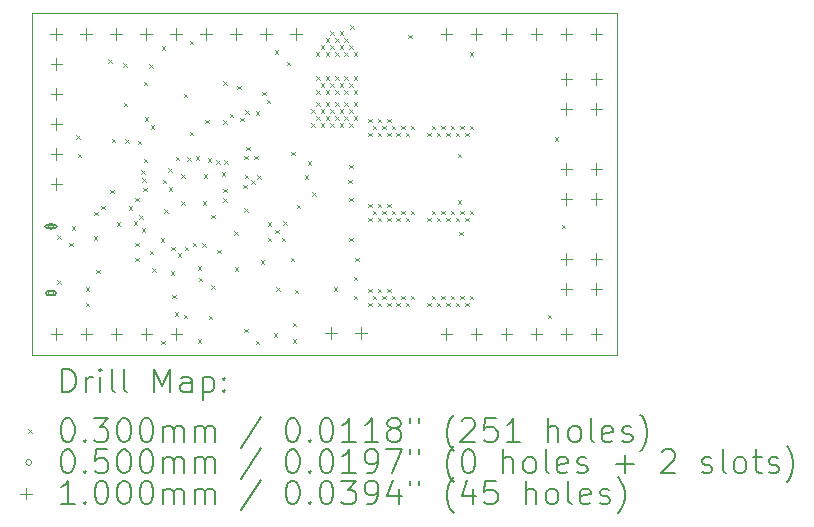
<source format=gbr>
%FSLAX45Y45*%
G04 Gerber Fmt 4.5, Leading zero omitted, Abs format (unit mm)*
G04 Created by KiCad (PCBNEW (6.0.1)) date 2022-05-20 20:33:34*
%MOMM*%
%LPD*%
G01*
G04 APERTURE LIST*
%TA.AperFunction,Profile*%
%ADD10C,0.050000*%
%TD*%
%ADD11C,0.200000*%
%ADD12C,0.030000*%
%ADD13C,0.050000*%
%ADD14C,0.100000*%
G04 APERTURE END LIST*
D10*
X22900000Y-10390000D02*
X27850000Y-10390000D01*
X27850000Y-10390000D02*
X27850000Y-13290000D01*
X22900000Y-13290000D02*
X22900000Y-10390000D01*
X27850000Y-13290000D02*
X22900000Y-13290000D01*
D11*
D12*
X23115000Y-12275000D02*
X23145000Y-12305000D01*
X23145000Y-12275000D02*
X23115000Y-12305000D01*
X23115000Y-12655000D02*
X23145000Y-12685000D01*
X23145000Y-12655000D02*
X23115000Y-12685000D01*
X23215000Y-12335000D02*
X23245000Y-12365000D01*
X23245000Y-12335000D02*
X23215000Y-12365000D01*
X23235000Y-12195000D02*
X23265000Y-12225000D01*
X23265000Y-12195000D02*
X23235000Y-12225000D01*
X23275000Y-11425000D02*
X23305000Y-11455000D01*
X23305000Y-11425000D02*
X23275000Y-11455000D01*
X23285000Y-11585000D02*
X23315000Y-11615000D01*
X23315000Y-11585000D02*
X23285000Y-11615000D01*
X23355000Y-12715000D02*
X23385000Y-12745000D01*
X23385000Y-12715000D02*
X23355000Y-12745000D01*
X23355000Y-12845000D02*
X23385000Y-12875000D01*
X23385000Y-12845000D02*
X23355000Y-12875000D01*
X23422000Y-12281000D02*
X23452000Y-12311000D01*
X23452000Y-12281000D02*
X23422000Y-12311000D01*
X23425000Y-12075000D02*
X23455000Y-12105000D01*
X23455000Y-12075000D02*
X23425000Y-12105000D01*
X23445000Y-12565000D02*
X23475000Y-12595000D01*
X23475000Y-12565000D02*
X23445000Y-12595000D01*
X23485000Y-12025000D02*
X23515000Y-12055000D01*
X23515000Y-12025000D02*
X23485000Y-12055000D01*
X23545000Y-10785000D02*
X23575000Y-10815000D01*
X23575000Y-10785000D02*
X23545000Y-10815000D01*
X23563000Y-11888000D02*
X23593000Y-11918000D01*
X23593000Y-11888000D02*
X23563000Y-11918000D01*
X23575000Y-11455000D02*
X23605000Y-11485000D01*
X23605000Y-11455000D02*
X23575000Y-11485000D01*
X23615000Y-12165000D02*
X23645000Y-12195000D01*
X23645000Y-12165000D02*
X23615000Y-12195000D01*
X23670000Y-10818000D02*
X23700000Y-10848000D01*
X23700000Y-10818000D02*
X23670000Y-10848000D01*
X23676000Y-11150000D02*
X23706000Y-11180000D01*
X23706000Y-11150000D02*
X23676000Y-11180000D01*
X23689000Y-11459000D02*
X23719000Y-11489000D01*
X23719000Y-11459000D02*
X23689000Y-11489000D01*
X23718000Y-12028000D02*
X23748000Y-12058000D01*
X23748000Y-12028000D02*
X23718000Y-12058000D01*
X23759000Y-12156000D02*
X23789000Y-12186000D01*
X23789000Y-12156000D02*
X23759000Y-12186000D01*
X23771000Y-11955000D02*
X23801000Y-11985000D01*
X23801000Y-11955000D02*
X23771000Y-11985000D01*
X23773000Y-12338000D02*
X23803000Y-12368000D01*
X23803000Y-12338000D02*
X23773000Y-12368000D01*
X23775000Y-12465000D02*
X23805000Y-12495000D01*
X23805000Y-12465000D02*
X23775000Y-12495000D01*
X23795267Y-11473000D02*
X23825267Y-11503000D01*
X23825267Y-11473000D02*
X23795267Y-11503000D01*
X23806000Y-12102000D02*
X23836000Y-12132000D01*
X23836000Y-12102000D02*
X23806000Y-12132000D01*
X23825000Y-11725000D02*
X23855000Y-11755000D01*
X23855000Y-11725000D02*
X23825000Y-11755000D01*
X23828000Y-12216000D02*
X23858000Y-12246000D01*
X23858000Y-12216000D02*
X23828000Y-12246000D01*
X23831000Y-11792000D02*
X23861000Y-11822000D01*
X23861000Y-11792000D02*
X23831000Y-11822000D01*
X23839000Y-11872000D02*
X23869000Y-11902000D01*
X23869000Y-11872000D02*
X23839000Y-11902000D01*
X23845000Y-10975000D02*
X23875000Y-11005000D01*
X23875000Y-10975000D02*
X23845000Y-11005000D01*
X23845000Y-11625000D02*
X23875000Y-11655000D01*
X23875000Y-11625000D02*
X23845000Y-11655000D01*
X23853000Y-11274000D02*
X23883000Y-11304000D01*
X23883000Y-11274000D02*
X23853000Y-11304000D01*
X23894000Y-10827000D02*
X23924000Y-10857000D01*
X23924000Y-10827000D02*
X23894000Y-10857000D01*
X23895000Y-12405000D02*
X23925000Y-12435000D01*
X23925000Y-12405000D02*
X23895000Y-12435000D01*
X23904000Y-11341000D02*
X23934000Y-11371000D01*
X23934000Y-11341000D02*
X23904000Y-11371000D01*
X23916000Y-12551000D02*
X23946000Y-12581000D01*
X23946000Y-12551000D02*
X23916000Y-12581000D01*
X23989000Y-12300000D02*
X24019000Y-12330000D01*
X24019000Y-12300000D02*
X23989000Y-12330000D01*
X23995000Y-13165000D02*
X24025000Y-13195000D01*
X24025000Y-13165000D02*
X23995000Y-13195000D01*
X23996523Y-10673986D02*
X24026523Y-10703986D01*
X24026523Y-10673986D02*
X23996523Y-10703986D01*
X24005000Y-11805000D02*
X24035000Y-11835000D01*
X24035000Y-11805000D02*
X24005000Y-11835000D01*
X24020000Y-12052000D02*
X24050000Y-12082000D01*
X24050000Y-12052000D02*
X24020000Y-12082000D01*
X24053000Y-11707000D02*
X24083000Y-11737000D01*
X24083000Y-11707000D02*
X24053000Y-11737000D01*
X24055000Y-11865000D02*
X24085000Y-11895000D01*
X24085000Y-11865000D02*
X24055000Y-11895000D01*
X24072000Y-12579000D02*
X24102000Y-12609000D01*
X24102000Y-12579000D02*
X24072000Y-12609000D01*
X24079162Y-12370907D02*
X24109162Y-12400907D01*
X24109162Y-12370907D02*
X24079162Y-12400907D01*
X24085000Y-12775000D02*
X24115000Y-12805000D01*
X24115000Y-12775000D02*
X24085000Y-12805000D01*
X24105846Y-12925846D02*
X24135846Y-12955846D01*
X24135846Y-12925846D02*
X24105846Y-12955846D01*
X24115000Y-11609000D02*
X24145000Y-11639000D01*
X24145000Y-11609000D02*
X24115000Y-11639000D01*
X24133000Y-12426000D02*
X24163000Y-12456000D01*
X24163000Y-12426000D02*
X24133000Y-12456000D01*
X24165000Y-11755000D02*
X24195000Y-11785000D01*
X24195000Y-11755000D02*
X24165000Y-11785000D01*
X24165000Y-11985000D02*
X24195000Y-12015000D01*
X24195000Y-11985000D02*
X24165000Y-12015000D01*
X24185000Y-11075000D02*
X24215000Y-11105000D01*
X24215000Y-11075000D02*
X24185000Y-11105000D01*
X24185000Y-12945000D02*
X24215000Y-12975000D01*
X24215000Y-12945000D02*
X24185000Y-12975000D01*
X24191000Y-12371000D02*
X24221000Y-12401000D01*
X24221000Y-12371000D02*
X24191000Y-12401000D01*
X24215000Y-11615000D02*
X24245000Y-11645000D01*
X24245000Y-11615000D02*
X24215000Y-11645000D01*
X24235000Y-10625000D02*
X24265000Y-10655000D01*
X24265000Y-10625000D02*
X24235000Y-10655000D01*
X24235000Y-11395000D02*
X24265000Y-11425000D01*
X24265000Y-11395000D02*
X24235000Y-11425000D01*
X24261000Y-12335000D02*
X24291000Y-12365000D01*
X24291000Y-12335000D02*
X24261000Y-12365000D01*
X24287000Y-11606000D02*
X24317000Y-11636000D01*
X24317000Y-11606000D02*
X24287000Y-11636000D01*
X24303500Y-12535000D02*
X24333500Y-12565000D01*
X24333500Y-12535000D02*
X24303500Y-12565000D01*
X24303500Y-13155000D02*
X24333500Y-13185000D01*
X24333500Y-13155000D02*
X24303500Y-13185000D01*
X24309000Y-12633000D02*
X24339000Y-12663000D01*
X24339000Y-12633000D02*
X24309000Y-12663000D01*
X24342000Y-12343000D02*
X24372000Y-12373000D01*
X24372000Y-12343000D02*
X24342000Y-12373000D01*
X24345000Y-11985000D02*
X24375000Y-12015000D01*
X24375000Y-11985000D02*
X24345000Y-12015000D01*
X24355000Y-11755000D02*
X24385000Y-11785000D01*
X24385000Y-11755000D02*
X24355000Y-11785000D01*
X24365000Y-11294000D02*
X24395000Y-11324000D01*
X24395000Y-11294000D02*
X24365000Y-11324000D01*
X24388000Y-11619000D02*
X24418000Y-11649000D01*
X24418000Y-11619000D02*
X24388000Y-11649000D01*
X24395000Y-12955000D02*
X24425000Y-12985000D01*
X24425000Y-12955000D02*
X24395000Y-12985000D01*
X24415000Y-12695000D02*
X24445000Y-12725000D01*
X24445000Y-12695000D02*
X24415000Y-12725000D01*
X24418000Y-12101000D02*
X24448000Y-12131000D01*
X24448000Y-12101000D02*
X24418000Y-12131000D01*
X24460000Y-11637000D02*
X24490000Y-11667000D01*
X24490000Y-11637000D02*
X24460000Y-11667000D01*
X24466000Y-12396000D02*
X24496000Y-12426000D01*
X24496000Y-12396000D02*
X24466000Y-12426000D01*
X24507000Y-11741000D02*
X24537000Y-11771000D01*
X24537000Y-11741000D02*
X24507000Y-11771000D01*
X24518000Y-11299000D02*
X24548000Y-11329000D01*
X24548000Y-11299000D02*
X24518000Y-11329000D01*
X24519000Y-11880000D02*
X24549000Y-11910000D01*
X24549000Y-11880000D02*
X24519000Y-11910000D01*
X24520000Y-11960000D02*
X24550000Y-11990000D01*
X24550000Y-11960000D02*
X24520000Y-11990000D01*
X24520418Y-10967671D02*
X24550418Y-10997671D01*
X24550418Y-10967671D02*
X24520418Y-10997671D01*
X24529000Y-11636000D02*
X24559000Y-11666000D01*
X24559000Y-11636000D02*
X24529000Y-11666000D01*
X24573000Y-11245000D02*
X24603000Y-11275000D01*
X24603000Y-11245000D02*
X24573000Y-11275000D01*
X24612500Y-12240000D02*
X24642500Y-12270000D01*
X24642500Y-12240000D02*
X24612500Y-12270000D01*
X24615000Y-12545000D02*
X24645000Y-12575000D01*
X24645000Y-12545000D02*
X24615000Y-12575000D01*
X24635000Y-11008000D02*
X24665000Y-11038000D01*
X24665000Y-11008000D02*
X24635000Y-11038000D01*
X24663000Y-11278000D02*
X24693000Y-11308000D01*
X24693000Y-11278000D02*
X24663000Y-11308000D01*
X24686000Y-11847000D02*
X24716000Y-11877000D01*
X24716000Y-11847000D02*
X24686000Y-11877000D01*
X24693921Y-12042611D02*
X24723921Y-12072611D01*
X24723921Y-12042611D02*
X24693921Y-12072611D01*
X24695000Y-13065000D02*
X24725000Y-13095000D01*
X24725000Y-13065000D02*
X24695000Y-13095000D01*
X24695781Y-11598337D02*
X24725781Y-11628337D01*
X24725781Y-11598337D02*
X24695781Y-11628337D01*
X24701850Y-11761850D02*
X24731850Y-11791850D01*
X24731850Y-11761850D02*
X24701850Y-11791850D01*
X24705000Y-11215000D02*
X24735000Y-11245000D01*
X24735000Y-11215000D02*
X24705000Y-11245000D01*
X24714465Y-11524465D02*
X24744465Y-11554465D01*
X24744465Y-11524465D02*
X24714465Y-11554465D01*
X24754000Y-11808000D02*
X24784000Y-11838000D01*
X24784000Y-11808000D02*
X24754000Y-11838000D01*
X24781000Y-11600000D02*
X24811000Y-11630000D01*
X24811000Y-11600000D02*
X24781000Y-11630000D01*
X24795000Y-11225000D02*
X24825000Y-11255000D01*
X24825000Y-11225000D02*
X24795000Y-11255000D01*
X24795000Y-13165000D02*
X24825000Y-13195000D01*
X24825000Y-13165000D02*
X24795000Y-13195000D01*
X24807000Y-11763000D02*
X24837000Y-11793000D01*
X24837000Y-11763000D02*
X24807000Y-11793000D01*
X24835000Y-12485000D02*
X24865000Y-12515000D01*
X24865000Y-12485000D02*
X24835000Y-12515000D01*
X24847000Y-11058000D02*
X24877000Y-11088000D01*
X24877000Y-11058000D02*
X24847000Y-11088000D01*
X24885000Y-11125000D02*
X24915000Y-11155000D01*
X24915000Y-11125000D02*
X24885000Y-11155000D01*
X24895000Y-12165000D02*
X24925000Y-12195000D01*
X24925000Y-12165000D02*
X24895000Y-12195000D01*
X24895000Y-12295000D02*
X24925000Y-12325000D01*
X24925000Y-12295000D02*
X24895000Y-12325000D01*
X24945000Y-13105000D02*
X24975000Y-13135000D01*
X24975000Y-13105000D02*
X24945000Y-13135000D01*
X24955000Y-10705000D02*
X24985000Y-10735000D01*
X24985000Y-10705000D02*
X24955000Y-10735000D01*
X24959142Y-12225000D02*
X24989142Y-12255000D01*
X24989142Y-12225000D02*
X24959142Y-12255000D01*
X24965000Y-12715000D02*
X24995000Y-12745000D01*
X24995000Y-12715000D02*
X24965000Y-12745000D01*
X25015000Y-12295000D02*
X25045000Y-12325000D01*
X25045000Y-12295000D02*
X25015000Y-12325000D01*
X25025000Y-12155000D02*
X25055000Y-12185000D01*
X25055000Y-12155000D02*
X25025000Y-12185000D01*
X25055000Y-10805000D02*
X25085000Y-10835000D01*
X25085000Y-10805000D02*
X25055000Y-10835000D01*
X25090000Y-12465000D02*
X25120000Y-12495000D01*
X25120000Y-12465000D02*
X25090000Y-12495000D01*
X25095000Y-11565000D02*
X25125000Y-11595000D01*
X25125000Y-11565000D02*
X25095000Y-11595000D01*
X25105000Y-13013500D02*
X25135000Y-13043500D01*
X25135000Y-13013500D02*
X25105000Y-13043500D01*
X25105000Y-13155000D02*
X25135000Y-13185000D01*
X25135000Y-13155000D02*
X25105000Y-13185000D01*
X25125000Y-12735000D02*
X25155000Y-12765000D01*
X25155000Y-12735000D02*
X25125000Y-12765000D01*
X25142518Y-12013127D02*
X25172518Y-12043127D01*
X25172518Y-12013127D02*
X25142518Y-12043127D01*
X25207000Y-11765000D02*
X25237000Y-11795000D01*
X25237000Y-11765000D02*
X25207000Y-11795000D01*
X25235000Y-11645000D02*
X25265000Y-11675000D01*
X25265000Y-11645000D02*
X25235000Y-11675000D01*
X25265000Y-11205000D02*
X25295000Y-11235000D01*
X25295000Y-11205000D02*
X25265000Y-11235000D01*
X25265000Y-11325000D02*
X25295000Y-11355000D01*
X25295000Y-11325000D02*
X25265000Y-11355000D01*
X25274000Y-11911000D02*
X25304000Y-11941000D01*
X25304000Y-11911000D02*
X25274000Y-11941000D01*
X25301285Y-10725214D02*
X25331285Y-10755214D01*
X25331285Y-10725214D02*
X25301285Y-10755214D01*
X25305000Y-10925000D02*
X25335000Y-10955000D01*
X25335000Y-10925000D02*
X25305000Y-10955000D01*
X25305000Y-11045000D02*
X25335000Y-11075000D01*
X25335000Y-11045000D02*
X25305000Y-11075000D01*
X25305000Y-11145000D02*
X25335000Y-11175000D01*
X25335000Y-11145000D02*
X25305000Y-11175000D01*
X25305000Y-11265000D02*
X25335000Y-11295000D01*
X25335000Y-11265000D02*
X25305000Y-11295000D01*
X25345000Y-10665000D02*
X25375000Y-10695000D01*
X25375000Y-10665000D02*
X25345000Y-10695000D01*
X25345000Y-10985000D02*
X25375000Y-11015000D01*
X25375000Y-10985000D02*
X25345000Y-11015000D01*
X25345000Y-11205000D02*
X25375000Y-11235000D01*
X25375000Y-11205000D02*
X25345000Y-11235000D01*
X25345000Y-11325000D02*
X25375000Y-11355000D01*
X25375000Y-11325000D02*
X25345000Y-11355000D01*
X25384787Y-11044559D02*
X25414787Y-11074559D01*
X25414787Y-11044559D02*
X25384787Y-11074559D01*
X25385000Y-10605000D02*
X25415000Y-10635000D01*
X25415000Y-10605000D02*
X25385000Y-10635000D01*
X25385000Y-10725000D02*
X25415000Y-10755000D01*
X25415000Y-10725000D02*
X25385000Y-10755000D01*
X25385000Y-10925000D02*
X25415000Y-10955000D01*
X25415000Y-10925000D02*
X25385000Y-10955000D01*
X25385000Y-11145000D02*
X25415000Y-11175000D01*
X25415000Y-11145000D02*
X25385000Y-11175000D01*
X25385000Y-11265000D02*
X25415000Y-11295000D01*
X25415000Y-11265000D02*
X25385000Y-11295000D01*
X25425000Y-10545000D02*
X25455000Y-10575000D01*
X25455000Y-10545000D02*
X25425000Y-10575000D01*
X25425000Y-10665000D02*
X25455000Y-10695000D01*
X25455000Y-10665000D02*
X25425000Y-10695000D01*
X25425000Y-10985000D02*
X25455000Y-11015000D01*
X25455000Y-10985000D02*
X25425000Y-11015000D01*
X25425000Y-11205000D02*
X25455000Y-11235000D01*
X25455000Y-11205000D02*
X25425000Y-11235000D01*
X25425000Y-11325000D02*
X25455000Y-11355000D01*
X25455000Y-11325000D02*
X25425000Y-11355000D01*
X25455000Y-12715000D02*
X25485000Y-12745000D01*
X25485000Y-12715000D02*
X25455000Y-12745000D01*
X25465000Y-10605000D02*
X25495000Y-10635000D01*
X25495000Y-10605000D02*
X25465000Y-10635000D01*
X25465000Y-10725000D02*
X25495000Y-10755000D01*
X25495000Y-10725000D02*
X25465000Y-10755000D01*
X25465000Y-10925000D02*
X25495000Y-10955000D01*
X25495000Y-10925000D02*
X25465000Y-10955000D01*
X25465000Y-11045000D02*
X25495000Y-11075000D01*
X25495000Y-11045000D02*
X25465000Y-11075000D01*
X25465000Y-11145000D02*
X25495000Y-11175000D01*
X25495000Y-11145000D02*
X25465000Y-11175000D01*
X25465000Y-11265000D02*
X25495000Y-11295000D01*
X25495000Y-11265000D02*
X25465000Y-11295000D01*
X25504621Y-10984642D02*
X25534621Y-11014642D01*
X25534621Y-10984642D02*
X25504621Y-11014642D01*
X25505000Y-10545000D02*
X25535000Y-10575000D01*
X25535000Y-10545000D02*
X25505000Y-10575000D01*
X25505000Y-10665000D02*
X25535000Y-10695000D01*
X25535000Y-10665000D02*
X25505000Y-10695000D01*
X25505000Y-11205000D02*
X25535000Y-11235000D01*
X25535000Y-11205000D02*
X25505000Y-11235000D01*
X25505000Y-11325000D02*
X25535000Y-11355000D01*
X25535000Y-11325000D02*
X25505000Y-11355000D01*
X25544778Y-10604742D02*
X25574778Y-10634742D01*
X25574778Y-10604742D02*
X25544778Y-10634742D01*
X25545000Y-10725000D02*
X25575000Y-10755000D01*
X25575000Y-10725000D02*
X25545000Y-10755000D01*
X25545000Y-10925000D02*
X25575000Y-10955000D01*
X25575000Y-10925000D02*
X25545000Y-10955000D01*
X25545000Y-11045000D02*
X25575000Y-11075000D01*
X25575000Y-11045000D02*
X25545000Y-11075000D01*
X25545000Y-11145000D02*
X25575000Y-11175000D01*
X25575000Y-11145000D02*
X25545000Y-11175000D01*
X25545000Y-11265000D02*
X25575000Y-11295000D01*
X25575000Y-11265000D02*
X25545000Y-11295000D01*
X25575000Y-11805000D02*
X25605000Y-11835000D01*
X25605000Y-11805000D02*
X25575000Y-11835000D01*
X25585000Y-10665000D02*
X25615000Y-10695000D01*
X25615000Y-10665000D02*
X25585000Y-10695000D01*
X25585000Y-10985000D02*
X25615000Y-11015000D01*
X25615000Y-10985000D02*
X25585000Y-11015000D01*
X25585000Y-11205000D02*
X25615000Y-11235000D01*
X25615000Y-11205000D02*
X25585000Y-11235000D01*
X25585000Y-11325000D02*
X25615000Y-11355000D01*
X25615000Y-11325000D02*
X25585000Y-11355000D01*
X25585000Y-11675000D02*
X25615000Y-11705000D01*
X25615000Y-11675000D02*
X25585000Y-11705000D01*
X25585000Y-11955000D02*
X25615000Y-11985000D01*
X25615000Y-11955000D02*
X25585000Y-11985000D01*
X25585000Y-12295000D02*
X25615000Y-12325000D01*
X25615000Y-12295000D02*
X25585000Y-12325000D01*
X25595000Y-10495000D02*
X25625000Y-10525000D01*
X25625000Y-10495000D02*
X25595000Y-10525000D01*
X25625000Y-10725000D02*
X25655000Y-10755000D01*
X25655000Y-10725000D02*
X25625000Y-10755000D01*
X25625000Y-10925000D02*
X25655000Y-10955000D01*
X25655000Y-10925000D02*
X25625000Y-10955000D01*
X25625000Y-11045000D02*
X25655000Y-11075000D01*
X25655000Y-11045000D02*
X25625000Y-11075000D01*
X25625000Y-11145000D02*
X25655000Y-11175000D01*
X25655000Y-11145000D02*
X25625000Y-11175000D01*
X25625000Y-11265000D02*
X25655000Y-11295000D01*
X25655000Y-11265000D02*
X25625000Y-11295000D01*
X25625000Y-12625000D02*
X25655000Y-12655000D01*
X25655000Y-12625000D02*
X25625000Y-12655000D01*
X25625000Y-12785000D02*
X25655000Y-12815000D01*
X25655000Y-12785000D02*
X25625000Y-12815000D01*
X25635000Y-12465000D02*
X25665000Y-12495000D01*
X25665000Y-12465000D02*
X25635000Y-12495000D01*
X25745000Y-11285000D02*
X25775000Y-11315000D01*
X25775000Y-11285000D02*
X25745000Y-11315000D01*
X25745000Y-11405000D02*
X25775000Y-11435000D01*
X25775000Y-11405000D02*
X25745000Y-11435000D01*
X25745000Y-12005000D02*
X25775000Y-12035000D01*
X25775000Y-12005000D02*
X25745000Y-12035000D01*
X25745000Y-12125000D02*
X25775000Y-12155000D01*
X25775000Y-12125000D02*
X25745000Y-12155000D01*
X25745000Y-12725000D02*
X25775000Y-12755000D01*
X25775000Y-12725000D02*
X25745000Y-12755000D01*
X25745000Y-12845000D02*
X25775000Y-12875000D01*
X25775000Y-12845000D02*
X25745000Y-12875000D01*
X25785000Y-11345000D02*
X25815000Y-11375000D01*
X25815000Y-11345000D02*
X25785000Y-11375000D01*
X25785000Y-12065000D02*
X25815000Y-12095000D01*
X25815000Y-12065000D02*
X25785000Y-12095000D01*
X25785000Y-12785000D02*
X25815000Y-12815000D01*
X25815000Y-12785000D02*
X25785000Y-12815000D01*
X25825000Y-11285000D02*
X25855000Y-11315000D01*
X25855000Y-11285000D02*
X25825000Y-11315000D01*
X25825000Y-11405000D02*
X25855000Y-11435000D01*
X25855000Y-11405000D02*
X25825000Y-11435000D01*
X25825000Y-12005000D02*
X25855000Y-12035000D01*
X25855000Y-12005000D02*
X25825000Y-12035000D01*
X25825000Y-12125000D02*
X25855000Y-12155000D01*
X25855000Y-12125000D02*
X25825000Y-12155000D01*
X25825000Y-12725000D02*
X25855000Y-12755000D01*
X25855000Y-12725000D02*
X25825000Y-12755000D01*
X25825000Y-12845000D02*
X25855000Y-12875000D01*
X25855000Y-12845000D02*
X25825000Y-12875000D01*
X25865000Y-11345000D02*
X25895000Y-11375000D01*
X25895000Y-11345000D02*
X25865000Y-11375000D01*
X25865000Y-12065000D02*
X25895000Y-12095000D01*
X25895000Y-12065000D02*
X25865000Y-12095000D01*
X25865000Y-12785000D02*
X25895000Y-12815000D01*
X25895000Y-12785000D02*
X25865000Y-12815000D01*
X25905000Y-11285000D02*
X25935000Y-11315000D01*
X25935000Y-11285000D02*
X25905000Y-11315000D01*
X25905000Y-11405000D02*
X25935000Y-11435000D01*
X25935000Y-11405000D02*
X25905000Y-11435000D01*
X25905000Y-12005000D02*
X25935000Y-12035000D01*
X25935000Y-12005000D02*
X25905000Y-12035000D01*
X25905000Y-12125000D02*
X25935000Y-12155000D01*
X25935000Y-12125000D02*
X25905000Y-12155000D01*
X25905000Y-12725000D02*
X25935000Y-12755000D01*
X25935000Y-12725000D02*
X25905000Y-12755000D01*
X25905000Y-12845000D02*
X25935000Y-12875000D01*
X25935000Y-12845000D02*
X25905000Y-12875000D01*
X25945000Y-11345000D02*
X25975000Y-11375000D01*
X25975000Y-11345000D02*
X25945000Y-11375000D01*
X25945000Y-12065000D02*
X25975000Y-12095000D01*
X25975000Y-12065000D02*
X25945000Y-12095000D01*
X25945000Y-12785000D02*
X25975000Y-12815000D01*
X25975000Y-12785000D02*
X25945000Y-12815000D01*
X25985000Y-11405000D02*
X26015000Y-11435000D01*
X26015000Y-11405000D02*
X25985000Y-11435000D01*
X25985000Y-12125000D02*
X26015000Y-12155000D01*
X26015000Y-12125000D02*
X25985000Y-12155000D01*
X25985000Y-12845000D02*
X26015000Y-12875000D01*
X26015000Y-12845000D02*
X25985000Y-12875000D01*
X26025000Y-11345000D02*
X26055000Y-11375000D01*
X26055000Y-11345000D02*
X26025000Y-11375000D01*
X26025000Y-12065000D02*
X26055000Y-12095000D01*
X26055000Y-12065000D02*
X26025000Y-12095000D01*
X26025000Y-12785000D02*
X26055000Y-12815000D01*
X26055000Y-12785000D02*
X26025000Y-12815000D01*
X26065000Y-11405000D02*
X26095000Y-11435000D01*
X26095000Y-11405000D02*
X26065000Y-11435000D01*
X26065000Y-12125000D02*
X26095000Y-12155000D01*
X26095000Y-12125000D02*
X26065000Y-12155000D01*
X26065000Y-12845000D02*
X26095000Y-12875000D01*
X26095000Y-12845000D02*
X26065000Y-12875000D01*
X26085000Y-10575000D02*
X26115000Y-10605000D01*
X26115000Y-10575000D02*
X26085000Y-10605000D01*
X26105000Y-11345000D02*
X26135000Y-11375000D01*
X26135000Y-11345000D02*
X26105000Y-11375000D01*
X26105000Y-12065000D02*
X26135000Y-12095000D01*
X26135000Y-12065000D02*
X26105000Y-12095000D01*
X26105000Y-12785000D02*
X26135000Y-12815000D01*
X26135000Y-12785000D02*
X26105000Y-12815000D01*
X26245000Y-11405000D02*
X26275000Y-11435000D01*
X26275000Y-11405000D02*
X26245000Y-11435000D01*
X26245000Y-12125000D02*
X26275000Y-12155000D01*
X26275000Y-12125000D02*
X26245000Y-12155000D01*
X26245000Y-12845000D02*
X26275000Y-12875000D01*
X26275000Y-12845000D02*
X26245000Y-12875000D01*
X26285000Y-11345000D02*
X26315000Y-11375000D01*
X26315000Y-11345000D02*
X26285000Y-11375000D01*
X26285000Y-12065000D02*
X26315000Y-12095000D01*
X26315000Y-12065000D02*
X26285000Y-12095000D01*
X26285000Y-12785000D02*
X26315000Y-12815000D01*
X26315000Y-12785000D02*
X26285000Y-12815000D01*
X26325000Y-11405000D02*
X26355000Y-11435000D01*
X26355000Y-11405000D02*
X26325000Y-11435000D01*
X26325000Y-12125000D02*
X26355000Y-12155000D01*
X26355000Y-12125000D02*
X26325000Y-12155000D01*
X26325000Y-12845000D02*
X26355000Y-12875000D01*
X26355000Y-12845000D02*
X26325000Y-12875000D01*
X26365000Y-11345000D02*
X26395000Y-11375000D01*
X26395000Y-11345000D02*
X26365000Y-11375000D01*
X26365000Y-12065000D02*
X26395000Y-12095000D01*
X26395000Y-12065000D02*
X26365000Y-12095000D01*
X26365000Y-12785000D02*
X26395000Y-12815000D01*
X26395000Y-12785000D02*
X26365000Y-12815000D01*
X26405000Y-11405000D02*
X26435000Y-11435000D01*
X26435000Y-11405000D02*
X26405000Y-11435000D01*
X26405000Y-12125000D02*
X26435000Y-12155000D01*
X26435000Y-12125000D02*
X26405000Y-12155000D01*
X26405000Y-12845000D02*
X26435000Y-12875000D01*
X26435000Y-12845000D02*
X26405000Y-12875000D01*
X26445000Y-11345000D02*
X26475000Y-11375000D01*
X26475000Y-11345000D02*
X26445000Y-11375000D01*
X26445000Y-12065000D02*
X26475000Y-12095000D01*
X26475000Y-12065000D02*
X26445000Y-12095000D01*
X26445000Y-12785000D02*
X26475000Y-12815000D01*
X26475000Y-12785000D02*
X26445000Y-12815000D01*
X26485000Y-11405000D02*
X26515000Y-11435000D01*
X26515000Y-11405000D02*
X26485000Y-11435000D01*
X26485000Y-12125000D02*
X26515000Y-12155000D01*
X26515000Y-12125000D02*
X26485000Y-12155000D01*
X26485000Y-12845000D02*
X26515000Y-12875000D01*
X26515000Y-12845000D02*
X26485000Y-12875000D01*
X26505000Y-11582801D02*
X26535000Y-11612801D01*
X26535000Y-11582801D02*
X26505000Y-11612801D01*
X26505000Y-11975000D02*
X26535000Y-12005000D01*
X26535000Y-11975000D02*
X26505000Y-12005000D01*
X26515000Y-12245000D02*
X26545000Y-12275000D01*
X26545000Y-12245000D02*
X26515000Y-12275000D01*
X26525000Y-11345000D02*
X26555000Y-11375000D01*
X26555000Y-11345000D02*
X26525000Y-11375000D01*
X26525000Y-12065000D02*
X26555000Y-12095000D01*
X26555000Y-12065000D02*
X26525000Y-12095000D01*
X26525000Y-12785000D02*
X26555000Y-12815000D01*
X26555000Y-12785000D02*
X26525000Y-12815000D01*
X26565000Y-11405000D02*
X26595000Y-11435000D01*
X26595000Y-11405000D02*
X26565000Y-11435000D01*
X26565000Y-12125000D02*
X26595000Y-12155000D01*
X26595000Y-12125000D02*
X26565000Y-12155000D01*
X26565000Y-12845000D02*
X26595000Y-12875000D01*
X26595000Y-12845000D02*
X26565000Y-12875000D01*
X26605000Y-10725000D02*
X26635000Y-10755000D01*
X26635000Y-10725000D02*
X26605000Y-10755000D01*
X26605000Y-11345000D02*
X26635000Y-11375000D01*
X26635000Y-11345000D02*
X26605000Y-11375000D01*
X26605000Y-12065000D02*
X26635000Y-12095000D01*
X26635000Y-12065000D02*
X26605000Y-12095000D01*
X26605000Y-12785000D02*
X26635000Y-12815000D01*
X26635000Y-12785000D02*
X26605000Y-12815000D01*
X27265000Y-12945000D02*
X27295000Y-12975000D01*
X27295000Y-12945000D02*
X27265000Y-12975000D01*
X27325000Y-11445000D02*
X27355000Y-11475000D01*
X27355000Y-11445000D02*
X27325000Y-11475000D01*
X27385000Y-12185000D02*
X27415000Y-12215000D01*
X27415000Y-12185000D02*
X27385000Y-12215000D01*
D13*
X23085000Y-12197500D02*
G75*
G03*
X23085000Y-12197500I-25000J0D01*
G01*
D11*
X23095000Y-12182500D02*
X23025000Y-12182500D01*
X23095000Y-12212500D02*
X23025000Y-12212500D01*
X23025000Y-12182500D02*
G75*
G03*
X23025000Y-12212500I0J-15000D01*
G01*
X23095000Y-12212500D02*
G75*
G03*
X23095000Y-12182500I0J15000D01*
G01*
D13*
X23085000Y-12762500D02*
G75*
G03*
X23085000Y-12762500I-25000J0D01*
G01*
D11*
X23095000Y-12747500D02*
X23025000Y-12747500D01*
X23095000Y-12777500D02*
X23025000Y-12777500D01*
X23025000Y-12747500D02*
G75*
G03*
X23025000Y-12777500I0J-15000D01*
G01*
X23095000Y-12777500D02*
G75*
G03*
X23095000Y-12747500I0J15000D01*
G01*
D14*
X23105000Y-10520000D02*
X23105000Y-10620000D01*
X23055000Y-10570000D02*
X23155000Y-10570000D01*
X23106000Y-10774000D02*
X23106000Y-10874000D01*
X23056000Y-10824000D02*
X23156000Y-10824000D01*
X23106000Y-11028000D02*
X23106000Y-11128000D01*
X23056000Y-11078000D02*
X23156000Y-11078000D01*
X23106000Y-11282000D02*
X23106000Y-11382000D01*
X23056000Y-11332000D02*
X23156000Y-11332000D01*
X23106000Y-11536000D02*
X23106000Y-11636000D01*
X23056000Y-11586000D02*
X23156000Y-11586000D01*
X23106000Y-11790000D02*
X23106000Y-11890000D01*
X23056000Y-11840000D02*
X23156000Y-11840000D01*
X23106000Y-13060000D02*
X23106000Y-13160000D01*
X23056000Y-13110000D02*
X23156000Y-13110000D01*
X23359000Y-10520000D02*
X23359000Y-10620000D01*
X23309000Y-10570000D02*
X23409000Y-10570000D01*
X23360000Y-13060000D02*
X23360000Y-13160000D01*
X23310000Y-13110000D02*
X23410000Y-13110000D01*
X23613000Y-10520000D02*
X23613000Y-10620000D01*
X23563000Y-10570000D02*
X23663000Y-10570000D01*
X23614000Y-13060000D02*
X23614000Y-13160000D01*
X23564000Y-13110000D02*
X23664000Y-13110000D01*
X23867000Y-10520000D02*
X23867000Y-10620000D01*
X23817000Y-10570000D02*
X23917000Y-10570000D01*
X23868000Y-13060000D02*
X23868000Y-13160000D01*
X23818000Y-13110000D02*
X23918000Y-13110000D01*
X24121000Y-10520000D02*
X24121000Y-10620000D01*
X24071000Y-10570000D02*
X24171000Y-10570000D01*
X24122000Y-13060000D02*
X24122000Y-13160000D01*
X24072000Y-13110000D02*
X24172000Y-13110000D01*
X24375000Y-10520000D02*
X24375000Y-10620000D01*
X24325000Y-10570000D02*
X24425000Y-10570000D01*
X24629000Y-10520000D02*
X24629000Y-10620000D01*
X24579000Y-10570000D02*
X24679000Y-10570000D01*
X24883000Y-10520000D02*
X24883000Y-10620000D01*
X24833000Y-10570000D02*
X24933000Y-10570000D01*
X25137000Y-10520000D02*
X25137000Y-10620000D01*
X25087000Y-10570000D02*
X25187000Y-10570000D01*
X25431000Y-13050000D02*
X25431000Y-13150000D01*
X25381000Y-13100000D02*
X25481000Y-13100000D01*
X25685000Y-13050000D02*
X25685000Y-13150000D01*
X25635000Y-13100000D02*
X25735000Y-13100000D01*
X26408000Y-10520000D02*
X26408000Y-10620000D01*
X26358000Y-10570000D02*
X26458000Y-10570000D01*
X26408000Y-13060000D02*
X26408000Y-13160000D01*
X26358000Y-13110000D02*
X26458000Y-13110000D01*
X26662000Y-10520000D02*
X26662000Y-10620000D01*
X26612000Y-10570000D02*
X26712000Y-10570000D01*
X26662000Y-13060000D02*
X26662000Y-13160000D01*
X26612000Y-13110000D02*
X26712000Y-13110000D01*
X26916000Y-10520000D02*
X26916000Y-10620000D01*
X26866000Y-10570000D02*
X26966000Y-10570000D01*
X26916000Y-13060000D02*
X26916000Y-13160000D01*
X26866000Y-13110000D02*
X26966000Y-13110000D01*
X27170000Y-10520000D02*
X27170000Y-10620000D01*
X27120000Y-10570000D02*
X27220000Y-10570000D01*
X27170000Y-13060000D02*
X27170000Y-13160000D01*
X27120000Y-13110000D02*
X27220000Y-13110000D01*
X27424000Y-10520000D02*
X27424000Y-10620000D01*
X27374000Y-10570000D02*
X27474000Y-10570000D01*
X27424000Y-10901000D02*
X27424000Y-11001000D01*
X27374000Y-10951000D02*
X27474000Y-10951000D01*
X27424000Y-11155000D02*
X27424000Y-11255000D01*
X27374000Y-11205000D02*
X27474000Y-11205000D01*
X27424000Y-11663000D02*
X27424000Y-11763000D01*
X27374000Y-11713000D02*
X27474000Y-11713000D01*
X27424000Y-11917000D02*
X27424000Y-12017000D01*
X27374000Y-11967000D02*
X27474000Y-11967000D01*
X27424000Y-12425000D02*
X27424000Y-12525000D01*
X27374000Y-12475000D02*
X27474000Y-12475000D01*
X27424000Y-12679000D02*
X27424000Y-12779000D01*
X27374000Y-12729000D02*
X27474000Y-12729000D01*
X27424000Y-13060000D02*
X27424000Y-13160000D01*
X27374000Y-13110000D02*
X27474000Y-13110000D01*
X27678000Y-10520000D02*
X27678000Y-10620000D01*
X27628000Y-10570000D02*
X27728000Y-10570000D01*
X27678000Y-10901000D02*
X27678000Y-11001000D01*
X27628000Y-10951000D02*
X27728000Y-10951000D01*
X27678000Y-11155000D02*
X27678000Y-11255000D01*
X27628000Y-11205000D02*
X27728000Y-11205000D01*
X27678000Y-11663000D02*
X27678000Y-11763000D01*
X27628000Y-11713000D02*
X27728000Y-11713000D01*
X27678000Y-11917000D02*
X27678000Y-12017000D01*
X27628000Y-11967000D02*
X27728000Y-11967000D01*
X27678000Y-12425000D02*
X27678000Y-12525000D01*
X27628000Y-12475000D02*
X27728000Y-12475000D01*
X27678000Y-12679000D02*
X27678000Y-12779000D01*
X27628000Y-12729000D02*
X27728000Y-12729000D01*
X27678000Y-13060000D02*
X27678000Y-13160000D01*
X27628000Y-13110000D02*
X27728000Y-13110000D01*
D11*
X23155119Y-13602976D02*
X23155119Y-13402976D01*
X23202738Y-13402976D01*
X23231309Y-13412500D01*
X23250357Y-13431548D01*
X23259881Y-13450595D01*
X23269405Y-13488690D01*
X23269405Y-13517262D01*
X23259881Y-13555357D01*
X23250357Y-13574405D01*
X23231309Y-13593452D01*
X23202738Y-13602976D01*
X23155119Y-13602976D01*
X23355119Y-13602976D02*
X23355119Y-13469643D01*
X23355119Y-13507738D02*
X23364643Y-13488690D01*
X23374167Y-13479167D01*
X23393214Y-13469643D01*
X23412262Y-13469643D01*
X23478928Y-13602976D02*
X23478928Y-13469643D01*
X23478928Y-13402976D02*
X23469405Y-13412500D01*
X23478928Y-13422024D01*
X23488452Y-13412500D01*
X23478928Y-13402976D01*
X23478928Y-13422024D01*
X23602738Y-13602976D02*
X23583690Y-13593452D01*
X23574167Y-13574405D01*
X23574167Y-13402976D01*
X23707500Y-13602976D02*
X23688452Y-13593452D01*
X23678928Y-13574405D01*
X23678928Y-13402976D01*
X23936071Y-13602976D02*
X23936071Y-13402976D01*
X24002738Y-13545833D01*
X24069405Y-13402976D01*
X24069405Y-13602976D01*
X24250357Y-13602976D02*
X24250357Y-13498214D01*
X24240833Y-13479167D01*
X24221786Y-13469643D01*
X24183690Y-13469643D01*
X24164643Y-13479167D01*
X24250357Y-13593452D02*
X24231309Y-13602976D01*
X24183690Y-13602976D01*
X24164643Y-13593452D01*
X24155119Y-13574405D01*
X24155119Y-13555357D01*
X24164643Y-13536309D01*
X24183690Y-13526786D01*
X24231309Y-13526786D01*
X24250357Y-13517262D01*
X24345595Y-13469643D02*
X24345595Y-13669643D01*
X24345595Y-13479167D02*
X24364643Y-13469643D01*
X24402738Y-13469643D01*
X24421786Y-13479167D01*
X24431309Y-13488690D01*
X24440833Y-13507738D01*
X24440833Y-13564881D01*
X24431309Y-13583928D01*
X24421786Y-13593452D01*
X24402738Y-13602976D01*
X24364643Y-13602976D01*
X24345595Y-13593452D01*
X24526548Y-13583928D02*
X24536071Y-13593452D01*
X24526548Y-13602976D01*
X24517024Y-13593452D01*
X24526548Y-13583928D01*
X24526548Y-13602976D01*
X24526548Y-13479167D02*
X24536071Y-13488690D01*
X24526548Y-13498214D01*
X24517024Y-13488690D01*
X24526548Y-13479167D01*
X24526548Y-13498214D01*
D12*
X22867500Y-13917500D02*
X22897500Y-13947500D01*
X22897500Y-13917500D02*
X22867500Y-13947500D01*
D11*
X23193214Y-13822976D02*
X23212262Y-13822976D01*
X23231309Y-13832500D01*
X23240833Y-13842024D01*
X23250357Y-13861071D01*
X23259881Y-13899167D01*
X23259881Y-13946786D01*
X23250357Y-13984881D01*
X23240833Y-14003928D01*
X23231309Y-14013452D01*
X23212262Y-14022976D01*
X23193214Y-14022976D01*
X23174167Y-14013452D01*
X23164643Y-14003928D01*
X23155119Y-13984881D01*
X23145595Y-13946786D01*
X23145595Y-13899167D01*
X23155119Y-13861071D01*
X23164643Y-13842024D01*
X23174167Y-13832500D01*
X23193214Y-13822976D01*
X23345595Y-14003928D02*
X23355119Y-14013452D01*
X23345595Y-14022976D01*
X23336071Y-14013452D01*
X23345595Y-14003928D01*
X23345595Y-14022976D01*
X23421786Y-13822976D02*
X23545595Y-13822976D01*
X23478928Y-13899167D01*
X23507500Y-13899167D01*
X23526548Y-13908690D01*
X23536071Y-13918214D01*
X23545595Y-13937262D01*
X23545595Y-13984881D01*
X23536071Y-14003928D01*
X23526548Y-14013452D01*
X23507500Y-14022976D01*
X23450357Y-14022976D01*
X23431309Y-14013452D01*
X23421786Y-14003928D01*
X23669405Y-13822976D02*
X23688452Y-13822976D01*
X23707500Y-13832500D01*
X23717024Y-13842024D01*
X23726548Y-13861071D01*
X23736071Y-13899167D01*
X23736071Y-13946786D01*
X23726548Y-13984881D01*
X23717024Y-14003928D01*
X23707500Y-14013452D01*
X23688452Y-14022976D01*
X23669405Y-14022976D01*
X23650357Y-14013452D01*
X23640833Y-14003928D01*
X23631309Y-13984881D01*
X23621786Y-13946786D01*
X23621786Y-13899167D01*
X23631309Y-13861071D01*
X23640833Y-13842024D01*
X23650357Y-13832500D01*
X23669405Y-13822976D01*
X23859881Y-13822976D02*
X23878928Y-13822976D01*
X23897976Y-13832500D01*
X23907500Y-13842024D01*
X23917024Y-13861071D01*
X23926548Y-13899167D01*
X23926548Y-13946786D01*
X23917024Y-13984881D01*
X23907500Y-14003928D01*
X23897976Y-14013452D01*
X23878928Y-14022976D01*
X23859881Y-14022976D01*
X23840833Y-14013452D01*
X23831309Y-14003928D01*
X23821786Y-13984881D01*
X23812262Y-13946786D01*
X23812262Y-13899167D01*
X23821786Y-13861071D01*
X23831309Y-13842024D01*
X23840833Y-13832500D01*
X23859881Y-13822976D01*
X24012262Y-14022976D02*
X24012262Y-13889643D01*
X24012262Y-13908690D02*
X24021786Y-13899167D01*
X24040833Y-13889643D01*
X24069405Y-13889643D01*
X24088452Y-13899167D01*
X24097976Y-13918214D01*
X24097976Y-14022976D01*
X24097976Y-13918214D02*
X24107500Y-13899167D01*
X24126548Y-13889643D01*
X24155119Y-13889643D01*
X24174167Y-13899167D01*
X24183690Y-13918214D01*
X24183690Y-14022976D01*
X24278928Y-14022976D02*
X24278928Y-13889643D01*
X24278928Y-13908690D02*
X24288452Y-13899167D01*
X24307500Y-13889643D01*
X24336071Y-13889643D01*
X24355119Y-13899167D01*
X24364643Y-13918214D01*
X24364643Y-14022976D01*
X24364643Y-13918214D02*
X24374167Y-13899167D01*
X24393214Y-13889643D01*
X24421786Y-13889643D01*
X24440833Y-13899167D01*
X24450357Y-13918214D01*
X24450357Y-14022976D01*
X24840833Y-13813452D02*
X24669405Y-14070595D01*
X25097976Y-13822976D02*
X25117024Y-13822976D01*
X25136071Y-13832500D01*
X25145595Y-13842024D01*
X25155119Y-13861071D01*
X25164643Y-13899167D01*
X25164643Y-13946786D01*
X25155119Y-13984881D01*
X25145595Y-14003928D01*
X25136071Y-14013452D01*
X25117024Y-14022976D01*
X25097976Y-14022976D01*
X25078928Y-14013452D01*
X25069405Y-14003928D01*
X25059881Y-13984881D01*
X25050357Y-13946786D01*
X25050357Y-13899167D01*
X25059881Y-13861071D01*
X25069405Y-13842024D01*
X25078928Y-13832500D01*
X25097976Y-13822976D01*
X25250357Y-14003928D02*
X25259881Y-14013452D01*
X25250357Y-14022976D01*
X25240833Y-14013452D01*
X25250357Y-14003928D01*
X25250357Y-14022976D01*
X25383690Y-13822976D02*
X25402738Y-13822976D01*
X25421786Y-13832500D01*
X25431309Y-13842024D01*
X25440833Y-13861071D01*
X25450357Y-13899167D01*
X25450357Y-13946786D01*
X25440833Y-13984881D01*
X25431309Y-14003928D01*
X25421786Y-14013452D01*
X25402738Y-14022976D01*
X25383690Y-14022976D01*
X25364643Y-14013452D01*
X25355119Y-14003928D01*
X25345595Y-13984881D01*
X25336071Y-13946786D01*
X25336071Y-13899167D01*
X25345595Y-13861071D01*
X25355119Y-13842024D01*
X25364643Y-13832500D01*
X25383690Y-13822976D01*
X25640833Y-14022976D02*
X25526548Y-14022976D01*
X25583690Y-14022976D02*
X25583690Y-13822976D01*
X25564643Y-13851548D01*
X25545595Y-13870595D01*
X25526548Y-13880119D01*
X25831309Y-14022976D02*
X25717024Y-14022976D01*
X25774167Y-14022976D02*
X25774167Y-13822976D01*
X25755119Y-13851548D01*
X25736071Y-13870595D01*
X25717024Y-13880119D01*
X25945595Y-13908690D02*
X25926548Y-13899167D01*
X25917024Y-13889643D01*
X25907500Y-13870595D01*
X25907500Y-13861071D01*
X25917024Y-13842024D01*
X25926548Y-13832500D01*
X25945595Y-13822976D01*
X25983690Y-13822976D01*
X26002738Y-13832500D01*
X26012262Y-13842024D01*
X26021786Y-13861071D01*
X26021786Y-13870595D01*
X26012262Y-13889643D01*
X26002738Y-13899167D01*
X25983690Y-13908690D01*
X25945595Y-13908690D01*
X25926548Y-13918214D01*
X25917024Y-13927738D01*
X25907500Y-13946786D01*
X25907500Y-13984881D01*
X25917024Y-14003928D01*
X25926548Y-14013452D01*
X25945595Y-14022976D01*
X25983690Y-14022976D01*
X26002738Y-14013452D01*
X26012262Y-14003928D01*
X26021786Y-13984881D01*
X26021786Y-13946786D01*
X26012262Y-13927738D01*
X26002738Y-13918214D01*
X25983690Y-13908690D01*
X26097976Y-13822976D02*
X26097976Y-13861071D01*
X26174167Y-13822976D02*
X26174167Y-13861071D01*
X26469405Y-14099167D02*
X26459881Y-14089643D01*
X26440833Y-14061071D01*
X26431309Y-14042024D01*
X26421786Y-14013452D01*
X26412262Y-13965833D01*
X26412262Y-13927738D01*
X26421786Y-13880119D01*
X26431309Y-13851548D01*
X26440833Y-13832500D01*
X26459881Y-13803928D01*
X26469405Y-13794405D01*
X26536071Y-13842024D02*
X26545595Y-13832500D01*
X26564643Y-13822976D01*
X26612262Y-13822976D01*
X26631309Y-13832500D01*
X26640833Y-13842024D01*
X26650357Y-13861071D01*
X26650357Y-13880119D01*
X26640833Y-13908690D01*
X26526548Y-14022976D01*
X26650357Y-14022976D01*
X26831309Y-13822976D02*
X26736071Y-13822976D01*
X26726548Y-13918214D01*
X26736071Y-13908690D01*
X26755119Y-13899167D01*
X26802738Y-13899167D01*
X26821786Y-13908690D01*
X26831309Y-13918214D01*
X26840833Y-13937262D01*
X26840833Y-13984881D01*
X26831309Y-14003928D01*
X26821786Y-14013452D01*
X26802738Y-14022976D01*
X26755119Y-14022976D01*
X26736071Y-14013452D01*
X26726548Y-14003928D01*
X27031309Y-14022976D02*
X26917024Y-14022976D01*
X26974167Y-14022976D02*
X26974167Y-13822976D01*
X26955119Y-13851548D01*
X26936071Y-13870595D01*
X26917024Y-13880119D01*
X27269405Y-14022976D02*
X27269405Y-13822976D01*
X27355119Y-14022976D02*
X27355119Y-13918214D01*
X27345595Y-13899167D01*
X27326548Y-13889643D01*
X27297976Y-13889643D01*
X27278928Y-13899167D01*
X27269405Y-13908690D01*
X27478928Y-14022976D02*
X27459881Y-14013452D01*
X27450357Y-14003928D01*
X27440833Y-13984881D01*
X27440833Y-13927738D01*
X27450357Y-13908690D01*
X27459881Y-13899167D01*
X27478928Y-13889643D01*
X27507500Y-13889643D01*
X27526548Y-13899167D01*
X27536071Y-13908690D01*
X27545595Y-13927738D01*
X27545595Y-13984881D01*
X27536071Y-14003928D01*
X27526548Y-14013452D01*
X27507500Y-14022976D01*
X27478928Y-14022976D01*
X27659881Y-14022976D02*
X27640833Y-14013452D01*
X27631309Y-13994405D01*
X27631309Y-13822976D01*
X27812262Y-14013452D02*
X27793214Y-14022976D01*
X27755119Y-14022976D01*
X27736071Y-14013452D01*
X27726548Y-13994405D01*
X27726548Y-13918214D01*
X27736071Y-13899167D01*
X27755119Y-13889643D01*
X27793214Y-13889643D01*
X27812262Y-13899167D01*
X27821786Y-13918214D01*
X27821786Y-13937262D01*
X27726548Y-13956309D01*
X27897976Y-14013452D02*
X27917024Y-14022976D01*
X27955119Y-14022976D01*
X27974167Y-14013452D01*
X27983690Y-13994405D01*
X27983690Y-13984881D01*
X27974167Y-13965833D01*
X27955119Y-13956309D01*
X27926548Y-13956309D01*
X27907500Y-13946786D01*
X27897976Y-13927738D01*
X27897976Y-13918214D01*
X27907500Y-13899167D01*
X27926548Y-13889643D01*
X27955119Y-13889643D01*
X27974167Y-13899167D01*
X28050357Y-14099167D02*
X28059881Y-14089643D01*
X28078928Y-14061071D01*
X28088452Y-14042024D01*
X28097976Y-14013452D01*
X28107500Y-13965833D01*
X28107500Y-13927738D01*
X28097976Y-13880119D01*
X28088452Y-13851548D01*
X28078928Y-13832500D01*
X28059881Y-13803928D01*
X28050357Y-13794405D01*
D13*
X22897500Y-14196500D02*
G75*
G03*
X22897500Y-14196500I-25000J0D01*
G01*
D11*
X23193214Y-14086976D02*
X23212262Y-14086976D01*
X23231309Y-14096500D01*
X23240833Y-14106024D01*
X23250357Y-14125071D01*
X23259881Y-14163167D01*
X23259881Y-14210786D01*
X23250357Y-14248881D01*
X23240833Y-14267928D01*
X23231309Y-14277452D01*
X23212262Y-14286976D01*
X23193214Y-14286976D01*
X23174167Y-14277452D01*
X23164643Y-14267928D01*
X23155119Y-14248881D01*
X23145595Y-14210786D01*
X23145595Y-14163167D01*
X23155119Y-14125071D01*
X23164643Y-14106024D01*
X23174167Y-14096500D01*
X23193214Y-14086976D01*
X23345595Y-14267928D02*
X23355119Y-14277452D01*
X23345595Y-14286976D01*
X23336071Y-14277452D01*
X23345595Y-14267928D01*
X23345595Y-14286976D01*
X23536071Y-14086976D02*
X23440833Y-14086976D01*
X23431309Y-14182214D01*
X23440833Y-14172690D01*
X23459881Y-14163167D01*
X23507500Y-14163167D01*
X23526548Y-14172690D01*
X23536071Y-14182214D01*
X23545595Y-14201262D01*
X23545595Y-14248881D01*
X23536071Y-14267928D01*
X23526548Y-14277452D01*
X23507500Y-14286976D01*
X23459881Y-14286976D01*
X23440833Y-14277452D01*
X23431309Y-14267928D01*
X23669405Y-14086976D02*
X23688452Y-14086976D01*
X23707500Y-14096500D01*
X23717024Y-14106024D01*
X23726548Y-14125071D01*
X23736071Y-14163167D01*
X23736071Y-14210786D01*
X23726548Y-14248881D01*
X23717024Y-14267928D01*
X23707500Y-14277452D01*
X23688452Y-14286976D01*
X23669405Y-14286976D01*
X23650357Y-14277452D01*
X23640833Y-14267928D01*
X23631309Y-14248881D01*
X23621786Y-14210786D01*
X23621786Y-14163167D01*
X23631309Y-14125071D01*
X23640833Y-14106024D01*
X23650357Y-14096500D01*
X23669405Y-14086976D01*
X23859881Y-14086976D02*
X23878928Y-14086976D01*
X23897976Y-14096500D01*
X23907500Y-14106024D01*
X23917024Y-14125071D01*
X23926548Y-14163167D01*
X23926548Y-14210786D01*
X23917024Y-14248881D01*
X23907500Y-14267928D01*
X23897976Y-14277452D01*
X23878928Y-14286976D01*
X23859881Y-14286976D01*
X23840833Y-14277452D01*
X23831309Y-14267928D01*
X23821786Y-14248881D01*
X23812262Y-14210786D01*
X23812262Y-14163167D01*
X23821786Y-14125071D01*
X23831309Y-14106024D01*
X23840833Y-14096500D01*
X23859881Y-14086976D01*
X24012262Y-14286976D02*
X24012262Y-14153643D01*
X24012262Y-14172690D02*
X24021786Y-14163167D01*
X24040833Y-14153643D01*
X24069405Y-14153643D01*
X24088452Y-14163167D01*
X24097976Y-14182214D01*
X24097976Y-14286976D01*
X24097976Y-14182214D02*
X24107500Y-14163167D01*
X24126548Y-14153643D01*
X24155119Y-14153643D01*
X24174167Y-14163167D01*
X24183690Y-14182214D01*
X24183690Y-14286976D01*
X24278928Y-14286976D02*
X24278928Y-14153643D01*
X24278928Y-14172690D02*
X24288452Y-14163167D01*
X24307500Y-14153643D01*
X24336071Y-14153643D01*
X24355119Y-14163167D01*
X24364643Y-14182214D01*
X24364643Y-14286976D01*
X24364643Y-14182214D02*
X24374167Y-14163167D01*
X24393214Y-14153643D01*
X24421786Y-14153643D01*
X24440833Y-14163167D01*
X24450357Y-14182214D01*
X24450357Y-14286976D01*
X24840833Y-14077452D02*
X24669405Y-14334595D01*
X25097976Y-14086976D02*
X25117024Y-14086976D01*
X25136071Y-14096500D01*
X25145595Y-14106024D01*
X25155119Y-14125071D01*
X25164643Y-14163167D01*
X25164643Y-14210786D01*
X25155119Y-14248881D01*
X25145595Y-14267928D01*
X25136071Y-14277452D01*
X25117024Y-14286976D01*
X25097976Y-14286976D01*
X25078928Y-14277452D01*
X25069405Y-14267928D01*
X25059881Y-14248881D01*
X25050357Y-14210786D01*
X25050357Y-14163167D01*
X25059881Y-14125071D01*
X25069405Y-14106024D01*
X25078928Y-14096500D01*
X25097976Y-14086976D01*
X25250357Y-14267928D02*
X25259881Y-14277452D01*
X25250357Y-14286976D01*
X25240833Y-14277452D01*
X25250357Y-14267928D01*
X25250357Y-14286976D01*
X25383690Y-14086976D02*
X25402738Y-14086976D01*
X25421786Y-14096500D01*
X25431309Y-14106024D01*
X25440833Y-14125071D01*
X25450357Y-14163167D01*
X25450357Y-14210786D01*
X25440833Y-14248881D01*
X25431309Y-14267928D01*
X25421786Y-14277452D01*
X25402738Y-14286976D01*
X25383690Y-14286976D01*
X25364643Y-14277452D01*
X25355119Y-14267928D01*
X25345595Y-14248881D01*
X25336071Y-14210786D01*
X25336071Y-14163167D01*
X25345595Y-14125071D01*
X25355119Y-14106024D01*
X25364643Y-14096500D01*
X25383690Y-14086976D01*
X25640833Y-14286976D02*
X25526548Y-14286976D01*
X25583690Y-14286976D02*
X25583690Y-14086976D01*
X25564643Y-14115548D01*
X25545595Y-14134595D01*
X25526548Y-14144119D01*
X25736071Y-14286976D02*
X25774167Y-14286976D01*
X25793214Y-14277452D01*
X25802738Y-14267928D01*
X25821786Y-14239357D01*
X25831309Y-14201262D01*
X25831309Y-14125071D01*
X25821786Y-14106024D01*
X25812262Y-14096500D01*
X25793214Y-14086976D01*
X25755119Y-14086976D01*
X25736071Y-14096500D01*
X25726548Y-14106024D01*
X25717024Y-14125071D01*
X25717024Y-14172690D01*
X25726548Y-14191738D01*
X25736071Y-14201262D01*
X25755119Y-14210786D01*
X25793214Y-14210786D01*
X25812262Y-14201262D01*
X25821786Y-14191738D01*
X25831309Y-14172690D01*
X25897976Y-14086976D02*
X26031309Y-14086976D01*
X25945595Y-14286976D01*
X26097976Y-14086976D02*
X26097976Y-14125071D01*
X26174167Y-14086976D02*
X26174167Y-14125071D01*
X26469405Y-14363167D02*
X26459881Y-14353643D01*
X26440833Y-14325071D01*
X26431309Y-14306024D01*
X26421786Y-14277452D01*
X26412262Y-14229833D01*
X26412262Y-14191738D01*
X26421786Y-14144119D01*
X26431309Y-14115548D01*
X26440833Y-14096500D01*
X26459881Y-14067928D01*
X26469405Y-14058405D01*
X26583690Y-14086976D02*
X26602738Y-14086976D01*
X26621786Y-14096500D01*
X26631309Y-14106024D01*
X26640833Y-14125071D01*
X26650357Y-14163167D01*
X26650357Y-14210786D01*
X26640833Y-14248881D01*
X26631309Y-14267928D01*
X26621786Y-14277452D01*
X26602738Y-14286976D01*
X26583690Y-14286976D01*
X26564643Y-14277452D01*
X26555119Y-14267928D01*
X26545595Y-14248881D01*
X26536071Y-14210786D01*
X26536071Y-14163167D01*
X26545595Y-14125071D01*
X26555119Y-14106024D01*
X26564643Y-14096500D01*
X26583690Y-14086976D01*
X26888452Y-14286976D02*
X26888452Y-14086976D01*
X26974167Y-14286976D02*
X26974167Y-14182214D01*
X26964643Y-14163167D01*
X26945595Y-14153643D01*
X26917024Y-14153643D01*
X26897976Y-14163167D01*
X26888452Y-14172690D01*
X27097976Y-14286976D02*
X27078928Y-14277452D01*
X27069405Y-14267928D01*
X27059881Y-14248881D01*
X27059881Y-14191738D01*
X27069405Y-14172690D01*
X27078928Y-14163167D01*
X27097976Y-14153643D01*
X27126548Y-14153643D01*
X27145595Y-14163167D01*
X27155119Y-14172690D01*
X27164643Y-14191738D01*
X27164643Y-14248881D01*
X27155119Y-14267928D01*
X27145595Y-14277452D01*
X27126548Y-14286976D01*
X27097976Y-14286976D01*
X27278928Y-14286976D02*
X27259881Y-14277452D01*
X27250357Y-14258405D01*
X27250357Y-14086976D01*
X27431309Y-14277452D02*
X27412262Y-14286976D01*
X27374167Y-14286976D01*
X27355119Y-14277452D01*
X27345595Y-14258405D01*
X27345595Y-14182214D01*
X27355119Y-14163167D01*
X27374167Y-14153643D01*
X27412262Y-14153643D01*
X27431309Y-14163167D01*
X27440833Y-14182214D01*
X27440833Y-14201262D01*
X27345595Y-14220309D01*
X27517024Y-14277452D02*
X27536071Y-14286976D01*
X27574167Y-14286976D01*
X27593214Y-14277452D01*
X27602738Y-14258405D01*
X27602738Y-14248881D01*
X27593214Y-14229833D01*
X27574167Y-14220309D01*
X27545595Y-14220309D01*
X27526548Y-14210786D01*
X27517024Y-14191738D01*
X27517024Y-14182214D01*
X27526548Y-14163167D01*
X27545595Y-14153643D01*
X27574167Y-14153643D01*
X27593214Y-14163167D01*
X27840833Y-14210786D02*
X27993214Y-14210786D01*
X27917024Y-14286976D02*
X27917024Y-14134595D01*
X28231309Y-14106024D02*
X28240833Y-14096500D01*
X28259881Y-14086976D01*
X28307500Y-14086976D01*
X28326548Y-14096500D01*
X28336071Y-14106024D01*
X28345595Y-14125071D01*
X28345595Y-14144119D01*
X28336071Y-14172690D01*
X28221786Y-14286976D01*
X28345595Y-14286976D01*
X28574167Y-14277452D02*
X28593214Y-14286976D01*
X28631309Y-14286976D01*
X28650357Y-14277452D01*
X28659881Y-14258405D01*
X28659881Y-14248881D01*
X28650357Y-14229833D01*
X28631309Y-14220309D01*
X28602738Y-14220309D01*
X28583690Y-14210786D01*
X28574167Y-14191738D01*
X28574167Y-14182214D01*
X28583690Y-14163167D01*
X28602738Y-14153643D01*
X28631309Y-14153643D01*
X28650357Y-14163167D01*
X28774167Y-14286976D02*
X28755119Y-14277452D01*
X28745595Y-14258405D01*
X28745595Y-14086976D01*
X28878928Y-14286976D02*
X28859881Y-14277452D01*
X28850357Y-14267928D01*
X28840833Y-14248881D01*
X28840833Y-14191738D01*
X28850357Y-14172690D01*
X28859881Y-14163167D01*
X28878928Y-14153643D01*
X28907500Y-14153643D01*
X28926548Y-14163167D01*
X28936071Y-14172690D01*
X28945595Y-14191738D01*
X28945595Y-14248881D01*
X28936071Y-14267928D01*
X28926548Y-14277452D01*
X28907500Y-14286976D01*
X28878928Y-14286976D01*
X29002738Y-14153643D02*
X29078928Y-14153643D01*
X29031309Y-14086976D02*
X29031309Y-14258405D01*
X29040833Y-14277452D01*
X29059881Y-14286976D01*
X29078928Y-14286976D01*
X29136071Y-14277452D02*
X29155119Y-14286976D01*
X29193214Y-14286976D01*
X29212262Y-14277452D01*
X29221786Y-14258405D01*
X29221786Y-14248881D01*
X29212262Y-14229833D01*
X29193214Y-14220309D01*
X29164643Y-14220309D01*
X29145595Y-14210786D01*
X29136071Y-14191738D01*
X29136071Y-14182214D01*
X29145595Y-14163167D01*
X29164643Y-14153643D01*
X29193214Y-14153643D01*
X29212262Y-14163167D01*
X29288452Y-14363167D02*
X29297976Y-14353643D01*
X29317024Y-14325071D01*
X29326548Y-14306024D01*
X29336071Y-14277452D01*
X29345595Y-14229833D01*
X29345595Y-14191738D01*
X29336071Y-14144119D01*
X29326548Y-14115548D01*
X29317024Y-14096500D01*
X29297976Y-14067928D01*
X29288452Y-14058405D01*
D14*
X22847500Y-14410500D02*
X22847500Y-14510500D01*
X22797500Y-14460500D02*
X22897500Y-14460500D01*
D11*
X23259881Y-14550976D02*
X23145595Y-14550976D01*
X23202738Y-14550976D02*
X23202738Y-14350976D01*
X23183690Y-14379548D01*
X23164643Y-14398595D01*
X23145595Y-14408119D01*
X23345595Y-14531928D02*
X23355119Y-14541452D01*
X23345595Y-14550976D01*
X23336071Y-14541452D01*
X23345595Y-14531928D01*
X23345595Y-14550976D01*
X23478928Y-14350976D02*
X23497976Y-14350976D01*
X23517024Y-14360500D01*
X23526548Y-14370024D01*
X23536071Y-14389071D01*
X23545595Y-14427167D01*
X23545595Y-14474786D01*
X23536071Y-14512881D01*
X23526548Y-14531928D01*
X23517024Y-14541452D01*
X23497976Y-14550976D01*
X23478928Y-14550976D01*
X23459881Y-14541452D01*
X23450357Y-14531928D01*
X23440833Y-14512881D01*
X23431309Y-14474786D01*
X23431309Y-14427167D01*
X23440833Y-14389071D01*
X23450357Y-14370024D01*
X23459881Y-14360500D01*
X23478928Y-14350976D01*
X23669405Y-14350976D02*
X23688452Y-14350976D01*
X23707500Y-14360500D01*
X23717024Y-14370024D01*
X23726548Y-14389071D01*
X23736071Y-14427167D01*
X23736071Y-14474786D01*
X23726548Y-14512881D01*
X23717024Y-14531928D01*
X23707500Y-14541452D01*
X23688452Y-14550976D01*
X23669405Y-14550976D01*
X23650357Y-14541452D01*
X23640833Y-14531928D01*
X23631309Y-14512881D01*
X23621786Y-14474786D01*
X23621786Y-14427167D01*
X23631309Y-14389071D01*
X23640833Y-14370024D01*
X23650357Y-14360500D01*
X23669405Y-14350976D01*
X23859881Y-14350976D02*
X23878928Y-14350976D01*
X23897976Y-14360500D01*
X23907500Y-14370024D01*
X23917024Y-14389071D01*
X23926548Y-14427167D01*
X23926548Y-14474786D01*
X23917024Y-14512881D01*
X23907500Y-14531928D01*
X23897976Y-14541452D01*
X23878928Y-14550976D01*
X23859881Y-14550976D01*
X23840833Y-14541452D01*
X23831309Y-14531928D01*
X23821786Y-14512881D01*
X23812262Y-14474786D01*
X23812262Y-14427167D01*
X23821786Y-14389071D01*
X23831309Y-14370024D01*
X23840833Y-14360500D01*
X23859881Y-14350976D01*
X24012262Y-14550976D02*
X24012262Y-14417643D01*
X24012262Y-14436690D02*
X24021786Y-14427167D01*
X24040833Y-14417643D01*
X24069405Y-14417643D01*
X24088452Y-14427167D01*
X24097976Y-14446214D01*
X24097976Y-14550976D01*
X24097976Y-14446214D02*
X24107500Y-14427167D01*
X24126548Y-14417643D01*
X24155119Y-14417643D01*
X24174167Y-14427167D01*
X24183690Y-14446214D01*
X24183690Y-14550976D01*
X24278928Y-14550976D02*
X24278928Y-14417643D01*
X24278928Y-14436690D02*
X24288452Y-14427167D01*
X24307500Y-14417643D01*
X24336071Y-14417643D01*
X24355119Y-14427167D01*
X24364643Y-14446214D01*
X24364643Y-14550976D01*
X24364643Y-14446214D02*
X24374167Y-14427167D01*
X24393214Y-14417643D01*
X24421786Y-14417643D01*
X24440833Y-14427167D01*
X24450357Y-14446214D01*
X24450357Y-14550976D01*
X24840833Y-14341452D02*
X24669405Y-14598595D01*
X25097976Y-14350976D02*
X25117024Y-14350976D01*
X25136071Y-14360500D01*
X25145595Y-14370024D01*
X25155119Y-14389071D01*
X25164643Y-14427167D01*
X25164643Y-14474786D01*
X25155119Y-14512881D01*
X25145595Y-14531928D01*
X25136071Y-14541452D01*
X25117024Y-14550976D01*
X25097976Y-14550976D01*
X25078928Y-14541452D01*
X25069405Y-14531928D01*
X25059881Y-14512881D01*
X25050357Y-14474786D01*
X25050357Y-14427167D01*
X25059881Y-14389071D01*
X25069405Y-14370024D01*
X25078928Y-14360500D01*
X25097976Y-14350976D01*
X25250357Y-14531928D02*
X25259881Y-14541452D01*
X25250357Y-14550976D01*
X25240833Y-14541452D01*
X25250357Y-14531928D01*
X25250357Y-14550976D01*
X25383690Y-14350976D02*
X25402738Y-14350976D01*
X25421786Y-14360500D01*
X25431309Y-14370024D01*
X25440833Y-14389071D01*
X25450357Y-14427167D01*
X25450357Y-14474786D01*
X25440833Y-14512881D01*
X25431309Y-14531928D01*
X25421786Y-14541452D01*
X25402738Y-14550976D01*
X25383690Y-14550976D01*
X25364643Y-14541452D01*
X25355119Y-14531928D01*
X25345595Y-14512881D01*
X25336071Y-14474786D01*
X25336071Y-14427167D01*
X25345595Y-14389071D01*
X25355119Y-14370024D01*
X25364643Y-14360500D01*
X25383690Y-14350976D01*
X25517024Y-14350976D02*
X25640833Y-14350976D01*
X25574167Y-14427167D01*
X25602738Y-14427167D01*
X25621786Y-14436690D01*
X25631309Y-14446214D01*
X25640833Y-14465262D01*
X25640833Y-14512881D01*
X25631309Y-14531928D01*
X25621786Y-14541452D01*
X25602738Y-14550976D01*
X25545595Y-14550976D01*
X25526548Y-14541452D01*
X25517024Y-14531928D01*
X25736071Y-14550976D02*
X25774167Y-14550976D01*
X25793214Y-14541452D01*
X25802738Y-14531928D01*
X25821786Y-14503357D01*
X25831309Y-14465262D01*
X25831309Y-14389071D01*
X25821786Y-14370024D01*
X25812262Y-14360500D01*
X25793214Y-14350976D01*
X25755119Y-14350976D01*
X25736071Y-14360500D01*
X25726548Y-14370024D01*
X25717024Y-14389071D01*
X25717024Y-14436690D01*
X25726548Y-14455738D01*
X25736071Y-14465262D01*
X25755119Y-14474786D01*
X25793214Y-14474786D01*
X25812262Y-14465262D01*
X25821786Y-14455738D01*
X25831309Y-14436690D01*
X26002738Y-14417643D02*
X26002738Y-14550976D01*
X25955119Y-14341452D02*
X25907500Y-14484309D01*
X26031309Y-14484309D01*
X26097976Y-14350976D02*
X26097976Y-14389071D01*
X26174167Y-14350976D02*
X26174167Y-14389071D01*
X26469405Y-14627167D02*
X26459881Y-14617643D01*
X26440833Y-14589071D01*
X26431309Y-14570024D01*
X26421786Y-14541452D01*
X26412262Y-14493833D01*
X26412262Y-14455738D01*
X26421786Y-14408119D01*
X26431309Y-14379548D01*
X26440833Y-14360500D01*
X26459881Y-14331928D01*
X26469405Y-14322405D01*
X26631309Y-14417643D02*
X26631309Y-14550976D01*
X26583690Y-14341452D02*
X26536071Y-14484309D01*
X26659881Y-14484309D01*
X26831309Y-14350976D02*
X26736071Y-14350976D01*
X26726548Y-14446214D01*
X26736071Y-14436690D01*
X26755119Y-14427167D01*
X26802738Y-14427167D01*
X26821786Y-14436690D01*
X26831309Y-14446214D01*
X26840833Y-14465262D01*
X26840833Y-14512881D01*
X26831309Y-14531928D01*
X26821786Y-14541452D01*
X26802738Y-14550976D01*
X26755119Y-14550976D01*
X26736071Y-14541452D01*
X26726548Y-14531928D01*
X27078928Y-14550976D02*
X27078928Y-14350976D01*
X27164643Y-14550976D02*
X27164643Y-14446214D01*
X27155119Y-14427167D01*
X27136071Y-14417643D01*
X27107500Y-14417643D01*
X27088452Y-14427167D01*
X27078928Y-14436690D01*
X27288452Y-14550976D02*
X27269405Y-14541452D01*
X27259881Y-14531928D01*
X27250357Y-14512881D01*
X27250357Y-14455738D01*
X27259881Y-14436690D01*
X27269405Y-14427167D01*
X27288452Y-14417643D01*
X27317024Y-14417643D01*
X27336071Y-14427167D01*
X27345595Y-14436690D01*
X27355119Y-14455738D01*
X27355119Y-14512881D01*
X27345595Y-14531928D01*
X27336071Y-14541452D01*
X27317024Y-14550976D01*
X27288452Y-14550976D01*
X27469405Y-14550976D02*
X27450357Y-14541452D01*
X27440833Y-14522405D01*
X27440833Y-14350976D01*
X27621786Y-14541452D02*
X27602738Y-14550976D01*
X27564643Y-14550976D01*
X27545595Y-14541452D01*
X27536071Y-14522405D01*
X27536071Y-14446214D01*
X27545595Y-14427167D01*
X27564643Y-14417643D01*
X27602738Y-14417643D01*
X27621786Y-14427167D01*
X27631309Y-14446214D01*
X27631309Y-14465262D01*
X27536071Y-14484309D01*
X27707500Y-14541452D02*
X27726548Y-14550976D01*
X27764643Y-14550976D01*
X27783690Y-14541452D01*
X27793214Y-14522405D01*
X27793214Y-14512881D01*
X27783690Y-14493833D01*
X27764643Y-14484309D01*
X27736071Y-14484309D01*
X27717024Y-14474786D01*
X27707500Y-14455738D01*
X27707500Y-14446214D01*
X27717024Y-14427167D01*
X27736071Y-14417643D01*
X27764643Y-14417643D01*
X27783690Y-14427167D01*
X27859881Y-14627167D02*
X27869405Y-14617643D01*
X27888452Y-14589071D01*
X27897976Y-14570024D01*
X27907500Y-14541452D01*
X27917024Y-14493833D01*
X27917024Y-14455738D01*
X27907500Y-14408119D01*
X27897976Y-14379548D01*
X27888452Y-14360500D01*
X27869405Y-14331928D01*
X27859881Y-14322405D01*
M02*

</source>
